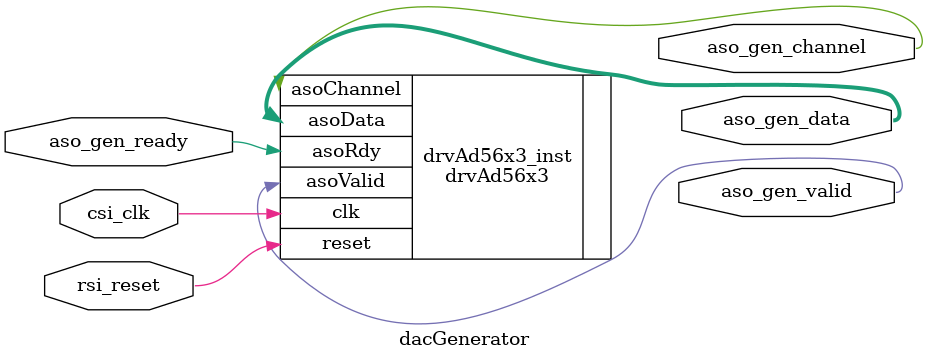
<source format=sv>
module dacGenerator
   #( parameter SIGN_A = "UNSIGNED",
                SIGN_B = "UNSIGNED",
                DATA_WIDTH = 14,
                INCREASE_RATE = 1)    
    (input  logic csi_clk,
     input  logic rsi_reset,
     
     // avalon ST source
     output logic                    aso_gen_valid,
     output logic                    aso_gen_channel,
     output logic [DATA_WIDTH-1 : 0] aso_gen_data,
     input  logic                    aso_gen_ready);
     
    drvAd56x3        
        #(  .SIGN_A(SIGN_A),          
            .SIGN_B(SIGN_B),                
            .DATA_WIDTH(DATA_WIDTH),
            .INCREASE_RATE(INCREASE_RATE))
    drvAd56x3_inst
         (.clk       (csi_clk),
          .reset     (rsi_reset),
          .asoValid  (aso_gen_valid),
          .asoChannel(aso_gen_channel),
          .asoData   (aso_gen_data),
          .asoRdy    (aso_gen_ready));
         
endmodule
</source>
